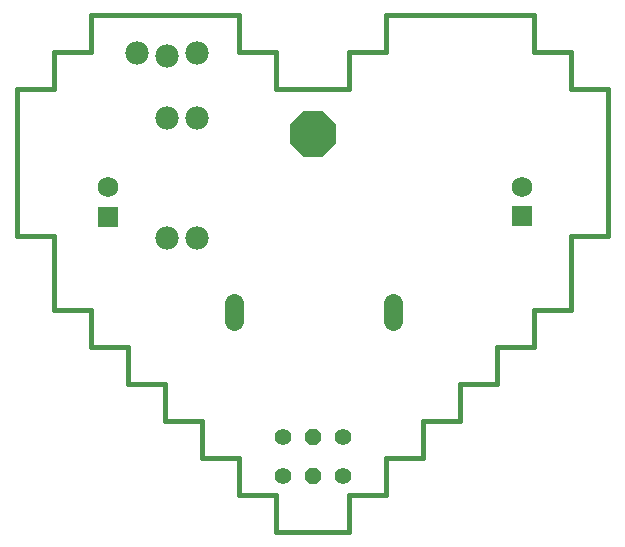
<source format=gbs>
G75*
%MOIN*%
%OFA0B0*%
%FSLAX25Y25*%
%IPPOS*%
%LPD*%
%AMOC8*
5,1,8,0,0,1.08239X$1,22.5*
%
%ADD10C,0.01600*%
%ADD11C,0.06400*%
%ADD12R,0.06900X0.06900*%
%ADD13C,0.06900*%
%ADD14C,0.07800*%
%ADD15OC8,0.15400*%
%ADD16OC8,0.05600*%
%ADD17C,0.05600*%
D10*
X0087922Y0075619D02*
X0087922Y0087922D01*
X0075619Y0087922D01*
X0075619Y0100225D01*
X0063316Y0100225D01*
X0063316Y0124831D01*
X0051013Y0124831D01*
X0051013Y0174044D01*
X0063316Y0174044D01*
X0063316Y0186347D01*
X0075619Y0186347D01*
X0075619Y0198650D01*
X0124831Y0198650D01*
X0124831Y0186347D01*
X0137135Y0186347D01*
X0137135Y0174044D01*
X0161741Y0174044D01*
X0161741Y0186347D01*
X0174044Y0186347D01*
X0174044Y0198650D01*
X0223257Y0198650D01*
X0223257Y0186347D01*
X0235560Y0186347D01*
X0235560Y0174044D01*
X0247863Y0174044D01*
X0247863Y0124831D01*
X0235560Y0124831D01*
X0235560Y0100225D01*
X0223257Y0100225D01*
X0223257Y0087922D01*
X0210954Y0087922D01*
X0210954Y0075619D01*
X0198650Y0075619D01*
X0198650Y0063316D01*
X0186347Y0063316D01*
X0186347Y0051013D01*
X0174044Y0051013D01*
X0174044Y0038709D01*
X0161741Y0038709D01*
X0161741Y0026406D01*
X0137135Y0026406D01*
X0137135Y0038709D01*
X0124831Y0038709D01*
X0124831Y0051013D01*
X0112528Y0051013D01*
X0112528Y0063316D01*
X0100225Y0063316D01*
X0100225Y0075619D01*
X0087922Y0075619D01*
D11*
X0123322Y0096640D02*
X0123322Y0102640D01*
X0176322Y0102640D02*
X0176322Y0096640D01*
D12*
X0219339Y0131425D03*
X0081407Y0131260D03*
D13*
X0081407Y0141258D03*
X0219339Y0141424D03*
D14*
X0111013Y0124103D03*
X0101013Y0124103D03*
X0101013Y0164103D03*
X0111013Y0164103D03*
X0101013Y0185080D03*
X0091013Y0186080D03*
X0111013Y0186080D03*
D15*
X0149538Y0158929D03*
D16*
X0149552Y0057876D03*
X0149552Y0044884D03*
D17*
X0139552Y0044884D03*
X0139552Y0057876D03*
X0159552Y0057876D03*
X0159552Y0044884D03*
M02*

</source>
